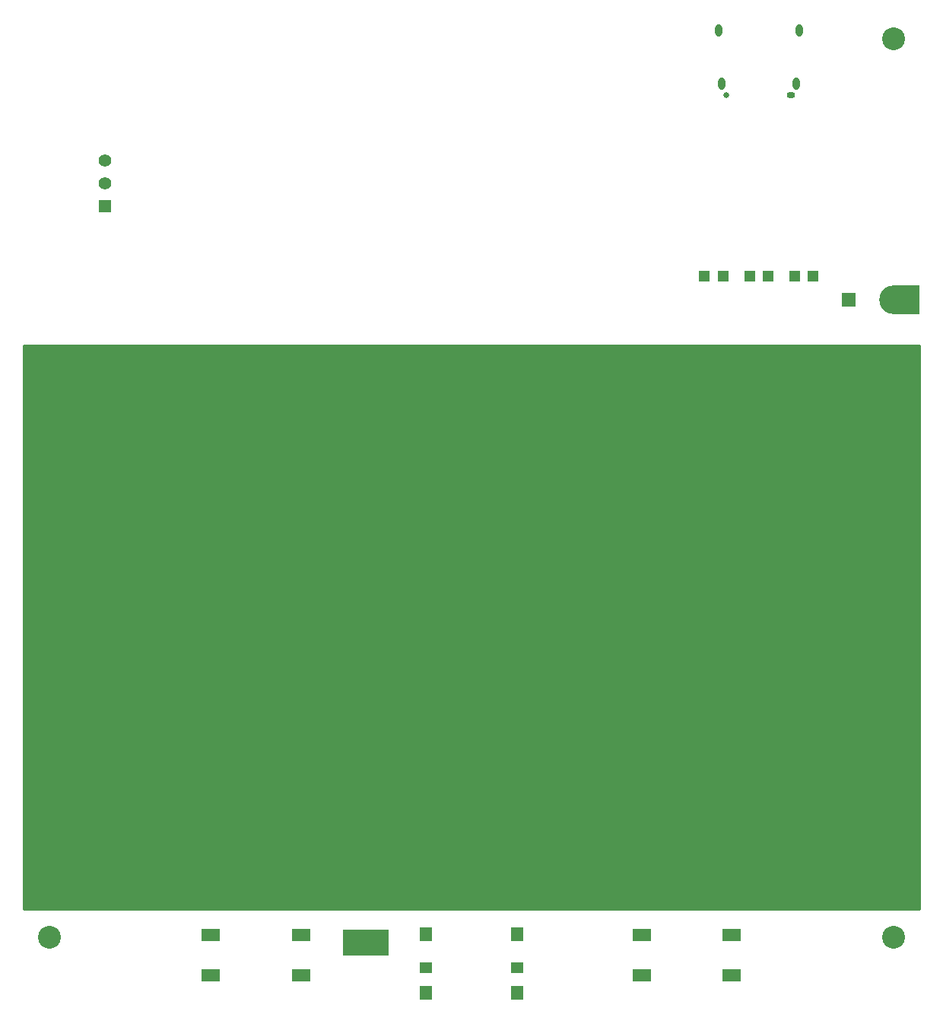
<source format=gbr>
G04 #@! TF.FileFunction,Soldermask,Top*
%FSLAX46Y46*%
G04 Gerber Fmt 4.6, Leading zero omitted, Abs format (unit mm)*
G04 Created by KiCad (PCBNEW 4.0.6) date 07/11/18 14:22:35*
%MOMM*%
%LPD*%
G01*
G04 APERTURE LIST*
%ADD10C,0.100000*%
%ADD11R,1.198880X1.198880*%
%ADD12R,1.397000X1.397000*%
%ADD13C,1.397000*%
%ADD14R,1.400000X1.500000*%
%ADD15R,1.400000X1.300000*%
%ADD16C,2.540000*%
%ADD17R,2.100000X1.400000*%
%ADD18R,1.501140X1.501140*%
%ADD19R,2.270000X2.270000*%
%ADD20C,0.604800*%
%ADD21O,0.800000X1.400000*%
%ADD22O,0.950000X0.650000*%
%ADD23C,0.650000*%
%ADD24R,3.000000X3.200000*%
%ADD25C,3.200000*%
%ADD26R,5.000000X2.400000*%
%ADD27R,2.270000X4.000000*%
%ADD28R,4.000000X8.000000*%
%ADD29R,1.500000X2.270000*%
%ADD30C,0.600000*%
%ADD31R,5.200000X3.000000*%
%ADD32C,1.524000*%
%ADD33C,0.254000*%
G04 APERTURE END LIST*
D10*
D11*
X128049020Y-60411000D03*
X125950980Y-60411000D03*
D12*
X59230000Y-52605000D03*
D13*
X59230000Y-50065000D03*
X59230000Y-47525000D03*
D14*
X94900000Y-133675000D03*
X105100000Y-133675000D03*
X94900000Y-140175000D03*
X105100000Y-140175000D03*
D15*
X94900000Y-137375000D03*
X105100000Y-137375000D03*
D16*
X147000000Y-134000000D03*
X147000000Y-34000000D03*
X53000000Y-134000000D03*
D17*
X71000000Y-138250000D03*
X71000000Y-133750000D03*
X81000000Y-138250000D03*
X81000000Y-133750000D03*
X119000000Y-138250000D03*
X119000000Y-133750000D03*
X129000000Y-138250000D03*
X129000000Y-133750000D03*
D18*
X142000000Y-63000000D03*
D11*
X133049020Y-60411000D03*
X130950980Y-60411000D03*
X138049020Y-60411000D03*
X135950980Y-60411000D03*
D19*
X82125000Y-92625000D03*
D20*
X82125000Y-92625000D03*
D19*
X82125000Y-106375000D03*
D20*
X82125000Y-106375000D03*
D19*
X84875000Y-92625000D03*
D20*
X84875000Y-92625000D03*
D19*
X84875000Y-95375000D03*
D20*
X84875000Y-95375000D03*
D19*
X84875000Y-98125000D03*
D20*
X84875000Y-98125000D03*
D19*
X84875000Y-100875000D03*
D20*
X84875000Y-100875000D03*
D19*
X84875000Y-103625000D03*
D20*
X84875000Y-103625000D03*
D19*
X84875000Y-106375000D03*
D20*
X84875000Y-106375000D03*
D19*
X87625000Y-92625000D03*
D20*
X87625000Y-92625000D03*
D19*
X87625000Y-95375000D03*
D20*
X87625000Y-95375000D03*
D19*
X87625000Y-98125000D03*
D20*
X87625000Y-98125000D03*
D19*
X87625000Y-100875000D03*
D20*
X87625000Y-100875000D03*
D19*
X87625000Y-103625000D03*
D20*
X87625000Y-103625000D03*
D19*
X87625000Y-106375000D03*
D20*
X87625000Y-106375000D03*
D19*
X90375000Y-92625000D03*
D20*
X90375000Y-92625000D03*
D19*
X90375000Y-95375000D03*
D20*
X90375000Y-95375000D03*
D19*
X90375000Y-98125000D03*
D20*
X90375000Y-98125000D03*
D19*
X90375000Y-100875000D03*
D20*
X90375000Y-100875000D03*
D19*
X90375000Y-103625000D03*
D20*
X90375000Y-103625000D03*
D19*
X90375000Y-106375000D03*
D20*
X90375000Y-106375000D03*
D19*
X93125000Y-92625000D03*
D20*
X93125000Y-92625000D03*
D19*
X93125000Y-95375000D03*
D20*
X93125000Y-95375000D03*
D19*
X93125000Y-98125000D03*
D20*
X93125000Y-98125000D03*
D19*
X93125000Y-100875000D03*
D20*
X93125000Y-100875000D03*
D19*
X93125000Y-103625000D03*
D20*
X93125000Y-103625000D03*
D19*
X93125000Y-106375000D03*
D20*
X93125000Y-106375000D03*
D19*
X95875000Y-92625000D03*
D20*
X95875000Y-92625000D03*
D19*
X95875000Y-95375000D03*
D20*
X95875000Y-95375000D03*
D19*
X95875000Y-98125000D03*
D20*
X95875000Y-98125000D03*
D19*
X95875000Y-100875000D03*
D20*
X95875000Y-100875000D03*
D19*
X95875000Y-103625000D03*
D20*
X95875000Y-103625000D03*
D19*
X95875000Y-106375000D03*
D20*
X95875000Y-106375000D03*
D19*
X98625000Y-92625000D03*
D20*
X98625000Y-92625000D03*
D19*
X98625000Y-95375000D03*
D20*
X98625000Y-95375000D03*
D19*
X98625000Y-98125000D03*
D20*
X98625000Y-98125000D03*
D19*
X98625000Y-100875000D03*
D20*
X98625000Y-100875000D03*
D19*
X98625000Y-103625000D03*
D20*
X98625000Y-103625000D03*
D19*
X98625000Y-106375000D03*
D20*
X98625000Y-106375000D03*
D19*
X101375000Y-92625000D03*
D20*
X101375000Y-92625000D03*
D19*
X101375000Y-95375000D03*
D20*
X101375000Y-95375000D03*
D19*
X101375000Y-98125000D03*
D20*
X101375000Y-98125000D03*
D19*
X101375000Y-100875000D03*
D20*
X101375000Y-100875000D03*
D19*
X101375000Y-103625000D03*
D20*
X101375000Y-103625000D03*
D19*
X101375000Y-106375000D03*
D20*
X101375000Y-106375000D03*
D19*
X104125000Y-92625000D03*
D20*
X104125000Y-92625000D03*
D19*
X104125000Y-95375000D03*
D20*
X104125000Y-95375000D03*
D19*
X104125000Y-98125000D03*
D20*
X104125000Y-98125000D03*
D19*
X104125000Y-100875000D03*
D20*
X104125000Y-100875000D03*
D19*
X104125000Y-103625000D03*
D20*
X104125000Y-103625000D03*
D19*
X104125000Y-106375000D03*
D20*
X104125000Y-106375000D03*
D19*
X106875000Y-92625000D03*
D20*
X106875000Y-92625000D03*
D19*
X106875000Y-95375000D03*
D20*
X106875000Y-95375000D03*
D19*
X106875000Y-98125000D03*
D20*
X106875000Y-98125000D03*
D19*
X106875000Y-100875000D03*
D20*
X106875000Y-100875000D03*
D19*
X106875000Y-103625000D03*
D20*
X106875000Y-103625000D03*
D19*
X106875000Y-106375000D03*
D20*
X106875000Y-106375000D03*
D19*
X109625000Y-92625000D03*
D20*
X109625000Y-92625000D03*
D19*
X109625000Y-95375000D03*
D20*
X109625000Y-95375000D03*
D19*
X109625000Y-98125000D03*
D20*
X109625000Y-98125000D03*
D19*
X109625000Y-100875000D03*
D20*
X109625000Y-100875000D03*
D19*
X109625000Y-103625000D03*
D20*
X109625000Y-103625000D03*
D19*
X109625000Y-106375000D03*
D20*
X109625000Y-106375000D03*
D19*
X112375000Y-92625000D03*
D20*
X112375000Y-92625000D03*
D19*
X112375000Y-95375000D03*
D20*
X112375000Y-95375000D03*
D19*
X112375000Y-98125000D03*
D20*
X112375000Y-98125000D03*
D19*
X112375000Y-100875000D03*
D20*
X112375000Y-100875000D03*
D19*
X112375000Y-103625000D03*
D20*
X112375000Y-103625000D03*
D19*
X112375000Y-106375000D03*
D20*
X112375000Y-106375000D03*
D19*
X115125000Y-92625000D03*
D20*
X115125000Y-92625000D03*
D19*
X115125000Y-95375000D03*
D20*
X115125000Y-95375000D03*
D19*
X115125000Y-98125000D03*
D20*
X115125000Y-98125000D03*
D19*
X115125000Y-100875000D03*
D20*
X115125000Y-100875000D03*
D19*
X115125000Y-103625000D03*
D20*
X115125000Y-103625000D03*
D19*
X115125000Y-106375000D03*
D20*
X115125000Y-106375000D03*
D19*
X117875000Y-92625000D03*
D20*
X117875000Y-92625000D03*
D19*
X117875000Y-106375000D03*
D20*
X117875000Y-106375000D03*
D19*
X84875000Y-89875000D03*
D20*
X84875000Y-89875000D03*
D19*
X84875000Y-109125000D03*
D20*
X84875000Y-109125000D03*
D19*
X87625000Y-89875000D03*
D20*
X87625000Y-89875000D03*
D19*
X87625000Y-109125000D03*
D20*
X87625000Y-109125000D03*
D19*
X90375000Y-89875000D03*
D20*
X90375000Y-89875000D03*
D19*
X90375000Y-109125000D03*
D20*
X90375000Y-109125000D03*
D19*
X93125000Y-89875000D03*
D20*
X93125000Y-89875000D03*
D19*
X93125000Y-109125000D03*
D20*
X93125000Y-109125000D03*
D19*
X95875000Y-89875000D03*
D20*
X95875000Y-89875000D03*
D19*
X95875000Y-109125000D03*
D20*
X95875000Y-109125000D03*
D19*
X98625000Y-89875000D03*
D20*
X98625000Y-89875000D03*
D19*
X98625000Y-109125000D03*
D20*
X98625000Y-109125000D03*
D19*
X101375000Y-89875000D03*
D20*
X101375000Y-89875000D03*
D19*
X101375000Y-109125000D03*
D20*
X101375000Y-109125000D03*
D19*
X104125000Y-89875000D03*
D20*
X104125000Y-89875000D03*
D19*
X104125000Y-109125000D03*
D20*
X104125000Y-109125000D03*
D19*
X106875000Y-89875000D03*
D20*
X106875000Y-89875000D03*
D19*
X106875000Y-109125000D03*
D20*
X106875000Y-109125000D03*
D19*
X109625000Y-89875000D03*
D20*
X109625000Y-89875000D03*
D19*
X109625000Y-109125000D03*
D20*
X109625000Y-109125000D03*
D19*
X112375000Y-89875000D03*
D20*
X112375000Y-89875000D03*
D19*
X112375000Y-109125000D03*
D20*
X112375000Y-109125000D03*
D19*
X115125000Y-89875000D03*
D20*
X115125000Y-89875000D03*
D19*
X115125000Y-109125000D03*
D20*
X115125000Y-109125000D03*
D19*
X82125000Y-95375000D03*
D20*
X82125000Y-95375000D03*
D19*
X82125000Y-98125000D03*
D20*
X82125000Y-98125000D03*
D19*
X82125000Y-100875000D03*
D20*
X82125000Y-100875000D03*
D19*
X82125000Y-103625000D03*
D20*
X82125000Y-103625000D03*
D19*
X117875000Y-95375000D03*
D20*
X117875000Y-95375000D03*
D19*
X117875000Y-98125000D03*
D20*
X117875000Y-98125000D03*
D19*
X117875000Y-100875000D03*
D20*
X117875000Y-100875000D03*
D19*
X117875000Y-103625000D03*
D20*
X117875000Y-103625000D03*
D19*
X120625000Y-106375000D03*
D20*
X120625000Y-106375000D03*
D19*
X120625000Y-92625000D03*
D20*
X120625000Y-92625000D03*
D19*
X79375000Y-106375000D03*
D20*
X79375000Y-106375000D03*
D19*
X79375000Y-92625000D03*
D20*
X79375000Y-92625000D03*
D19*
X78000000Y-89875000D03*
D20*
X78000000Y-89875000D03*
D19*
X78000000Y-103625000D03*
D20*
X78000000Y-103625000D03*
D19*
X122000000Y-95375000D03*
D20*
X122000000Y-95375000D03*
D19*
X122000000Y-109125000D03*
D20*
X122000000Y-109125000D03*
D19*
X78000000Y-95375000D03*
D20*
X78000000Y-95375000D03*
D19*
X78000000Y-109125000D03*
D20*
X78000000Y-109125000D03*
D19*
X122000000Y-89875000D03*
D20*
X122000000Y-89875000D03*
D19*
X122000000Y-103625000D03*
D20*
X122000000Y-103625000D03*
D19*
X82125000Y-89875000D03*
D20*
X82125000Y-89875000D03*
D19*
X82125000Y-109125000D03*
D20*
X82125000Y-109125000D03*
D19*
X117875000Y-89875000D03*
D20*
X117875000Y-89875000D03*
D19*
X117875000Y-109125000D03*
D20*
X117875000Y-109125000D03*
D21*
X127870000Y-39010000D03*
X136130000Y-39010000D03*
X136490000Y-33060000D03*
X127510000Y-33060000D03*
D22*
X135600000Y-40260000D03*
D23*
X128400000Y-40260000D03*
D24*
X148463000Y-63000000D03*
D25*
X146963000Y-63000000D03*
D26*
X126110000Y-95440000D03*
X126110000Y-89810000D03*
D27*
X127500000Y-92625000D03*
D20*
X127500000Y-92625000D03*
D28*
X130500000Y-92625000D03*
D26*
X126110000Y-109190000D03*
X126110000Y-103560000D03*
D27*
X127500000Y-106375000D03*
D20*
X127500000Y-106375000D03*
D28*
X130500000Y-106375000D03*
D26*
X73890000Y-103560000D03*
X73890000Y-109190000D03*
D27*
X72500000Y-106375000D03*
D20*
X72500000Y-106375000D03*
D28*
X69500000Y-106375000D03*
D26*
X73890000Y-89810000D03*
X73890000Y-95440000D03*
D27*
X72500000Y-92625000D03*
D20*
X72500000Y-92625000D03*
D28*
X69500000Y-92625000D03*
D19*
X76625000Y-92625000D03*
D20*
X76625000Y-92625000D03*
D29*
X74865000Y-92625000D03*
D19*
X76625000Y-106375000D03*
D20*
X76625000Y-106375000D03*
D29*
X74865000Y-106375000D03*
D19*
X123375000Y-92625000D03*
D20*
X123375000Y-92625000D03*
D29*
X125135000Y-92625000D03*
D19*
X123375000Y-106375000D03*
D20*
X123375000Y-106375000D03*
D29*
X125135000Y-106375000D03*
D30*
X90265000Y-135539000D03*
X89265000Y-135539000D03*
X88265000Y-135539000D03*
X87265000Y-135539000D03*
X86265000Y-135539000D03*
X90265000Y-134539000D03*
X89765000Y-135039000D03*
X89265000Y-134539000D03*
X88765000Y-135039000D03*
X88265000Y-134539000D03*
X87765000Y-135039000D03*
X87265000Y-134539000D03*
X86765000Y-135039000D03*
X86265000Y-134539000D03*
X90265000Y-133539000D03*
X89765000Y-134039000D03*
X89265000Y-133539000D03*
X88765000Y-134039000D03*
X88265000Y-133539000D03*
X87765000Y-134039000D03*
X87265000Y-133539000D03*
X86765000Y-134039000D03*
X86265000Y-133539000D03*
D31*
X88265000Y-134539000D03*
D25*
X144000000Y-74000000D03*
D32*
X144000000Y-70900000D03*
D25*
X144000000Y-125000000D03*
D32*
X144000000Y-121900000D03*
D25*
X56000000Y-125000000D03*
D32*
X56000000Y-121900000D03*
D25*
X56000000Y-74000000D03*
D32*
X56000000Y-70900000D03*
D33*
G36*
X149885000Y-130869000D02*
X50139000Y-130869000D01*
X50139000Y-68123000D01*
X149885000Y-68123000D01*
X149885000Y-130869000D01*
X149885000Y-130869000D01*
G37*
X149885000Y-130869000D02*
X50139000Y-130869000D01*
X50139000Y-68123000D01*
X149885000Y-68123000D01*
X149885000Y-130869000D01*
M02*

</source>
